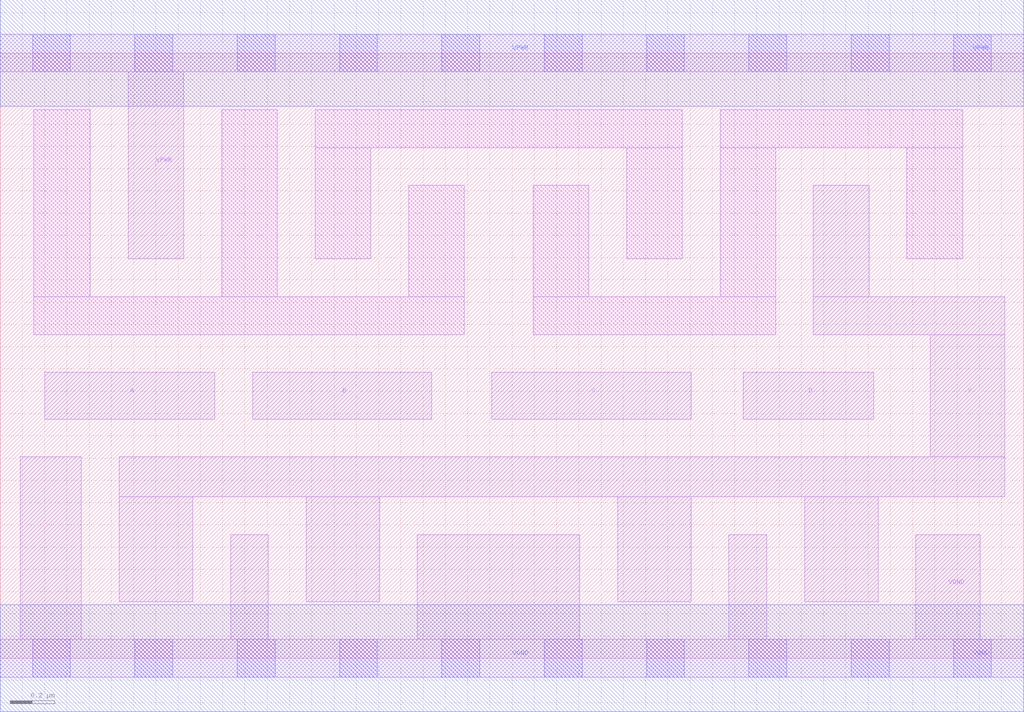
<source format=lef>
# Copyright 2020 The SkyWater PDK Authors
#
# Licensed under the Apache License, Version 2.0 (the "License");
# you may not use this file except in compliance with the License.
# You may obtain a copy of the License at
#
#     https://www.apache.org/licenses/LICENSE-2.0
#
# Unless required by applicable law or agreed to in writing, software
# distributed under the License is distributed on an "AS IS" BASIS,
# WITHOUT WARRANTIES OR CONDITIONS OF ANY KIND, either express or implied.
# See the License for the specific language governing permissions and
# limitations under the License.
#
# SPDX-License-Identifier: Apache-2.0

VERSION 5.7 ;
  NAMESCASESENSITIVE ON ;
  NOWIREEXTENSIONATPIN ON ;
  DIVIDERCHAR "/" ;
  BUSBITCHARS "[]" ;
UNITS
  DATABASE MICRONS 200 ;
END UNITS
MACRO sky130_fd_sc_hd__nor4_2
  CLASS CORE ;
  SOURCE USER ;
  FOREIGN sky130_fd_sc_hd__nor4_2 ;
  ORIGIN  0.000000  0.000000 ;
  SIZE  4.600000 BY  2.720000 ;
  SYMMETRY X Y R90 ;
  SITE unithd ;
  PIN A
    ANTENNAGATEAREA  0.495000 ;
    DIRECTION INPUT ;
    USE SIGNAL ;
    PORT
      LAYER li1 ;
        RECT 0.200000 1.075000 0.965000 1.285000 ;
    END
  END A
  PIN B
    ANTENNAGATEAREA  0.495000 ;
    DIRECTION INPUT ;
    USE SIGNAL ;
    PORT
      LAYER li1 ;
        RECT 1.135000 1.075000 1.940000 1.285000 ;
    END
  END B
  PIN C
    ANTENNAGATEAREA  0.495000 ;
    DIRECTION INPUT ;
    USE SIGNAL ;
    PORT
      LAYER li1 ;
        RECT 2.210000 1.075000 3.105000 1.285000 ;
    END
  END C
  PIN D
    ANTENNAGATEAREA  0.495000 ;
    DIRECTION INPUT ;
    USE SIGNAL ;
    PORT
      LAYER li1 ;
        RECT 3.340000 1.075000 3.925000 1.285000 ;
    END
  END D
  PIN Y
    ANTENNADIFFAREA  0.972000 ;
    DIRECTION OUTPUT ;
    USE SIGNAL ;
    PORT
      LAYER li1 ;
        RECT 0.535000 0.255000 0.865000 0.725000 ;
        RECT 0.535000 0.725000 4.515000 0.905000 ;
        RECT 1.375000 0.255000 1.705000 0.725000 ;
        RECT 2.775000 0.255000 3.105000 0.725000 ;
        RECT 3.615000 0.255000 3.945000 0.725000 ;
        RECT 3.655000 1.455000 4.515000 1.625000 ;
        RECT 3.655000 1.625000 3.905000 2.125000 ;
        RECT 4.180000 0.905000 4.515000 1.455000 ;
    END
  END Y
  PIN VGND
    DIRECTION INOUT ;
    SHAPE ABUTMENT ;
    USE GROUND ;
    PORT
      LAYER li1 ;
        RECT 0.000000 -0.085000 4.600000 0.085000 ;
        RECT 0.090000  0.085000 0.365000 0.905000 ;
        RECT 1.035000  0.085000 1.205000 0.555000 ;
        RECT 1.875000  0.085000 2.605000 0.555000 ;
        RECT 3.275000  0.085000 3.445000 0.555000 ;
        RECT 4.115000  0.085000 4.405000 0.555000 ;
      LAYER mcon ;
        RECT 0.145000 -0.085000 0.315000 0.085000 ;
        RECT 0.605000 -0.085000 0.775000 0.085000 ;
        RECT 1.065000 -0.085000 1.235000 0.085000 ;
        RECT 1.525000 -0.085000 1.695000 0.085000 ;
        RECT 1.985000 -0.085000 2.155000 0.085000 ;
        RECT 2.445000 -0.085000 2.615000 0.085000 ;
        RECT 2.905000 -0.085000 3.075000 0.085000 ;
        RECT 3.365000 -0.085000 3.535000 0.085000 ;
        RECT 3.825000 -0.085000 3.995000 0.085000 ;
        RECT 4.285000 -0.085000 4.455000 0.085000 ;
      LAYER met1 ;
        RECT 0.000000 -0.240000 4.600000 0.240000 ;
    END
  END VGND
  PIN VPWR
    DIRECTION INOUT ;
    SHAPE ABUTMENT ;
    USE POWER ;
    PORT
      LAYER li1 ;
        RECT 0.000000 2.635000 4.600000 2.805000 ;
        RECT 0.575000 1.795000 0.825000 2.635000 ;
      LAYER mcon ;
        RECT 0.145000 2.635000 0.315000 2.805000 ;
        RECT 0.605000 2.635000 0.775000 2.805000 ;
        RECT 1.065000 2.635000 1.235000 2.805000 ;
        RECT 1.525000 2.635000 1.695000 2.805000 ;
        RECT 1.985000 2.635000 2.155000 2.805000 ;
        RECT 2.445000 2.635000 2.615000 2.805000 ;
        RECT 2.905000 2.635000 3.075000 2.805000 ;
        RECT 3.365000 2.635000 3.535000 2.805000 ;
        RECT 3.825000 2.635000 3.995000 2.805000 ;
        RECT 4.285000 2.635000 4.455000 2.805000 ;
      LAYER met1 ;
        RECT 0.000000 2.480000 4.600000 2.960000 ;
    END
  END VPWR
  OBS
    LAYER li1 ;
      RECT 0.150000 1.455000 2.085000 1.625000 ;
      RECT 0.150000 1.625000 0.405000 2.465000 ;
      RECT 0.995000 1.625000 1.245000 2.465000 ;
      RECT 1.415000 1.795000 1.665000 2.295000 ;
      RECT 1.415000 2.295000 3.065000 2.465000 ;
      RECT 1.835000 1.625000 2.085000 2.125000 ;
      RECT 2.395000 1.455000 3.485000 1.625000 ;
      RECT 2.395000 1.625000 2.645000 2.125000 ;
      RECT 2.815000 1.795000 3.065000 2.295000 ;
      RECT 3.235000 1.625000 3.485000 2.295000 ;
      RECT 3.235000 2.295000 4.325000 2.465000 ;
      RECT 4.075000 1.795000 4.325000 2.295000 ;
  END
END sky130_fd_sc_hd__nor4_2

</source>
